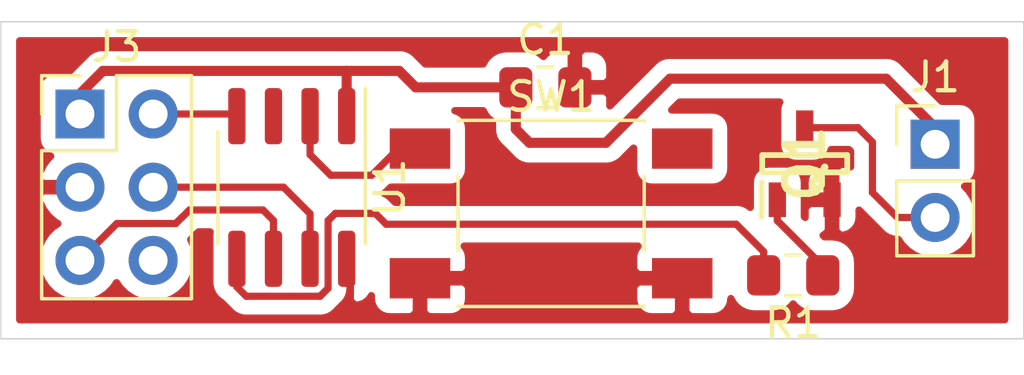
<source format=kicad_pcb>
(kicad_pcb (version 20171130) (host pcbnew "(5.1.7)-1")

  (general
    (thickness 1.6)
    (drawings 4)
    (tracks 51)
    (zones 0)
    (modules 7)
    (nets 11)
  )

  (page A4)
  (layers
    (0 F.Cu signal)
    (31 B.Cu signal)
    (32 B.Adhes user)
    (33 F.Adhes user)
    (34 B.Paste user)
    (35 F.Paste user)
    (36 B.SilkS user)
    (37 F.SilkS user)
    (38 B.Mask user)
    (39 F.Mask user)
    (40 Dwgs.User user)
    (41 Cmts.User user)
    (42 Eco1.User user)
    (43 Eco2.User user)
    (44 Edge.Cuts user)
    (45 Margin user)
    (46 B.CrtYd user)
    (47 F.CrtYd user)
    (48 B.Fab user)
    (49 F.Fab user)
  )

  (setup
    (last_trace_width 0.25)
    (trace_clearance 0.2)
    (zone_clearance 0.508)
    (zone_45_only no)
    (trace_min 0.2)
    (via_size 0.8)
    (via_drill 0.4)
    (via_min_size 0.4)
    (via_min_drill 0.3)
    (uvia_size 0.3)
    (uvia_drill 0.1)
    (uvias_allowed no)
    (uvia_min_size 0.2)
    (uvia_min_drill 0.1)
    (edge_width 0.05)
    (segment_width 0.2)
    (pcb_text_width 0.3)
    (pcb_text_size 1.5 1.5)
    (mod_edge_width 0.12)
    (mod_text_size 1 1)
    (mod_text_width 0.15)
    (pad_size 1.524 1.524)
    (pad_drill 0.762)
    (pad_to_mask_clearance 0)
    (aux_axis_origin 0 0)
    (visible_elements 7FFFFFFF)
    (pcbplotparams
      (layerselection 0x010fc_ffffffff)
      (usegerberextensions false)
      (usegerberattributes true)
      (usegerberadvancedattributes true)
      (creategerberjobfile true)
      (excludeedgelayer true)
      (linewidth 0.100000)
      (plotframeref false)
      (viasonmask false)
      (mode 1)
      (useauxorigin false)
      (hpglpennumber 1)
      (hpglpenspeed 20)
      (hpglpendiameter 15.000000)
      (psnegative false)
      (psa4output false)
      (plotreference true)
      (plotvalue true)
      (plotinvisibletext false)
      (padsonsilk false)
      (subtractmaskfromsilk false)
      (outputformat 1)
      (mirror false)
      (drillshape 1)
      (scaleselection 1)
      (outputdirectory ""))
  )

  (net 0 "")
  (net 1 GND)
  (net 2 +3V0)
  (net 3 "Net-(J1-Pad2)")
  (net 4 "Net-(Q1-Pad1)")
  (net 5 "Net-(R1-Pad2)")
  (net 6 "Net-(U1-Pad3)")
  (net 7 "Net-(J3-Pad4)")
  (net 8 "Net-(J3-Pad5)")
  (net 9 "Net-(SW1-Pad1)")
  (net 10 "Net-(J3-Pad2)")

  (net_class Default "This is the default net class."
    (clearance 0.2)
    (trace_width 0.25)
    (via_dia 0.8)
    (via_drill 0.4)
    (uvia_dia 0.3)
    (uvia_drill 0.1)
    (add_net +3V0)
    (add_net GND)
    (add_net "Net-(J1-Pad2)")
    (add_net "Net-(J3-Pad2)")
    (add_net "Net-(J3-Pad4)")
    (add_net "Net-(J3-Pad5)")
    (add_net "Net-(Q1-Pad1)")
    (add_net "Net-(R1-Pad2)")
    (add_net "Net-(SW1-Pad1)")
    (add_net "Net-(U1-Pad3)")
  )

  (net_class Power ""
    (clearance 0.2)
    (trace_width 0.35)
    (via_dia 0.8)
    (via_drill 0.4)
    (uvia_dia 0.3)
    (uvia_drill 0.1)
  )

  (module Package_SO:SOIC-8_3.9x4.9mm_P1.27mm (layer F.Cu) (tedit 5D9F72B1) (tstamp 5FC4EE69)
    (at 144.6 93.75 270)
    (descr "SOIC, 8 Pin (JEDEC MS-012AA, https://www.analog.com/media/en/package-pcb-resources/package/pkg_pdf/soic_narrow-r/r_8.pdf), generated with kicad-footprint-generator ipc_gullwing_generator.py")
    (tags "SOIC SO")
    (path /5FC419FB)
    (attr smd)
    (fp_text reference U1 (at 0 -3.4 90) (layer F.SilkS)
      (effects (font (size 1 1) (thickness 0.15)))
    )
    (fp_text value PIC12F1840-ISN (at 0 3.4 90) (layer F.Fab)
      (effects (font (size 1 1) (thickness 0.15)))
    )
    (fp_text user %R (at 0 0 90) (layer F.Fab)
      (effects (font (size 0.98 0.98) (thickness 0.15)))
    )
    (fp_line (start 0 2.56) (end 1.95 2.56) (layer F.SilkS) (width 0.12))
    (fp_line (start 0 2.56) (end -1.95 2.56) (layer F.SilkS) (width 0.12))
    (fp_line (start 0 -2.56) (end 1.95 -2.56) (layer F.SilkS) (width 0.12))
    (fp_line (start 0 -2.56) (end -3.45 -2.56) (layer F.SilkS) (width 0.12))
    (fp_line (start -0.975 -2.45) (end 1.95 -2.45) (layer F.Fab) (width 0.1))
    (fp_line (start 1.95 -2.45) (end 1.95 2.45) (layer F.Fab) (width 0.1))
    (fp_line (start 1.95 2.45) (end -1.95 2.45) (layer F.Fab) (width 0.1))
    (fp_line (start -1.95 2.45) (end -1.95 -1.475) (layer F.Fab) (width 0.1))
    (fp_line (start -1.95 -1.475) (end -0.975 -2.45) (layer F.Fab) (width 0.1))
    (fp_line (start -3.7 -2.7) (end -3.7 2.7) (layer F.CrtYd) (width 0.05))
    (fp_line (start -3.7 2.7) (end 3.7 2.7) (layer F.CrtYd) (width 0.05))
    (fp_line (start 3.7 2.7) (end 3.7 -2.7) (layer F.CrtYd) (width 0.05))
    (fp_line (start 3.7 -2.7) (end -3.7 -2.7) (layer F.CrtYd) (width 0.05))
    (pad 8 smd roundrect (at 2.475 -1.905 270) (size 1.95 0.6) (layers F.Cu F.Paste F.Mask) (roundrect_rratio 0.25)
      (net 1 GND))
    (pad 7 smd roundrect (at 2.475 -0.635 270) (size 1.95 0.6) (layers F.Cu F.Paste F.Mask) (roundrect_rratio 0.25)
      (net 7 "Net-(J3-Pad4)"))
    (pad 6 smd roundrect (at 2.475 0.635 270) (size 1.95 0.6) (layers F.Cu F.Paste F.Mask) (roundrect_rratio 0.25)
      (net 8 "Net-(J3-Pad5)"))
    (pad 5 smd roundrect (at 2.475 1.905 270) (size 1.95 0.6) (layers F.Cu F.Paste F.Mask) (roundrect_rratio 0.25)
      (net 5 "Net-(R1-Pad2)"))
    (pad 4 smd roundrect (at -2.475 1.905 270) (size 1.95 0.6) (layers F.Cu F.Paste F.Mask) (roundrect_rratio 0.25)
      (net 10 "Net-(J3-Pad2)"))
    (pad 3 smd roundrect (at -2.475 0.635 270) (size 1.95 0.6) (layers F.Cu F.Paste F.Mask) (roundrect_rratio 0.25)
      (net 6 "Net-(U1-Pad3)"))
    (pad 2 smd roundrect (at -2.475 -0.635 270) (size 1.95 0.6) (layers F.Cu F.Paste F.Mask) (roundrect_rratio 0.25)
      (net 9 "Net-(SW1-Pad1)"))
    (pad 1 smd roundrect (at -2.475 -1.905 270) (size 1.95 0.6) (layers F.Cu F.Paste F.Mask) (roundrect_rratio 0.25)
      (net 2 +3V0))
    (model ${KISYS3DMOD}/Package_SO.3dshapes/SOIC-8_3.9x4.9mm_P1.27mm.wrl
      (at (xyz 0 0 0))
      (scale (xyz 1 1 1))
      (rotate (xyz 0 0 0))
    )
  )

  (module Button_Switch_SMD:SW_Push_1P1T_NO_6x6mm_FSM2JSMA (layer F.Cu) (tedit 5DDA7847) (tstamp 5FC4EE4F)
    (at 153.6 94.65)
    (descr "tactile push button, 6x6mm e.g. PTS645xx series, height=9.5mm")
    (tags "tact sw push 6mm smd")
    (path /5FC6308D)
    (attr smd)
    (fp_text reference SW1 (at 0 -4.05) (layer F.SilkS)
      (effects (font (size 1 1) (thickness 0.15)))
    )
    (fp_text value SW_PUSH (at 0 4.15) (layer F.Fab)
      (effects (font (size 1 1) (thickness 0.15)))
    )
    (fp_text user %R (at 0 -4.05) (layer F.Fab)
      (effects (font (size 1 1) (thickness 0.15)))
    )
    (fp_line (start -3 -3) (end -3 3) (layer F.Fab) (width 0.1))
    (fp_line (start -3 3) (end 3 3) (layer F.Fab) (width 0.1))
    (fp_line (start 3 3) (end 3 -3) (layer F.Fab) (width 0.1))
    (fp_line (start 3 -3) (end -3 -3) (layer F.Fab) (width 0.1))
    (fp_line (start 5.9 3.25) (end 5.9 -3.25) (layer F.CrtYd) (width 0.05))
    (fp_line (start -5.9 -3.25) (end -5.9 3.25) (layer F.CrtYd) (width 0.05))
    (fp_line (start -5.9 3.25) (end 5.9 3.25) (layer F.CrtYd) (width 0.05))
    (fp_line (start -5.9 -3.25) (end 5.9 -3.25) (layer F.CrtYd) (width 0.05))
    (fp_line (start 3.23 -3.23) (end 3.23 -3.2) (layer F.SilkS) (width 0.12))
    (fp_line (start 3.23 3.23) (end 3.23 3.2) (layer F.SilkS) (width 0.12))
    (fp_line (start -3.23 3.23) (end -3.23 3.2) (layer F.SilkS) (width 0.12))
    (fp_line (start -3.23 -3.2) (end -3.23 -3.23) (layer F.SilkS) (width 0.12))
    (fp_line (start 3.23 -1.3) (end 3.23 1.3) (layer F.SilkS) (width 0.12))
    (fp_line (start -3.23 -3.23) (end 3.23 -3.23) (layer F.SilkS) (width 0.12))
    (fp_line (start -3.23 -1.3) (end -3.23 1.3) (layer F.SilkS) (width 0.12))
    (fp_line (start -3.23 3.23) (end 3.23 3.23) (layer F.SilkS) (width 0.12))
    (fp_circle (center 0 0) (end 1.75 0) (layer F.Fab) (width 0.1))
    (pad 2 smd rect (at 4.55 2.25) (size 2.1 1.4) (layers F.Cu F.Paste F.Mask)
      (net 1 GND))
    (pad 1 smd rect (at 4.55 -2.25) (size 2.1 1.4) (layers F.Cu F.Paste F.Mask)
      (net 9 "Net-(SW1-Pad1)"))
    (pad 1 smd rect (at -4.55 -2.25) (size 2.1 1.4) (layers F.Cu F.Paste F.Mask)
      (net 9 "Net-(SW1-Pad1)"))
    (pad 2 smd rect (at -4.55 2.25) (size 2.1 1.4) (layers F.Cu F.Paste F.Mask)
      (net 1 GND))
    (model ${KISYS3DMOD}/Button_Switch_SMD.3dshapes/SW_PUSH_6mm_H9.5mm.wrl
      (at (xyz 0 0 0))
      (scale (xyz 1 1 1))
      (rotate (xyz 0 0 0))
    )
    (model "c:/git/github/vigilant-invention/ChristmasLightsTimer/CLT/Tactal Switch - SMD (6mmx 6mmx 4.3mm) - Marked.stp"
      (at (xyz 0 0 0))
      (scale (xyz 1 1 1))
      (rotate (xyz 0 0 0))
    )
  )

  (module Resistor_SMD:R_0805_2012Metric_Pad1.15x1.40mm_HandSolder (layer F.Cu) (tedit 5B36C52B) (tstamp 5FC4EE35)
    (at 162 96.8 180)
    (descr "Resistor SMD 0805 (2012 Metric), square (rectangular) end terminal, IPC_7351 nominal with elongated pad for handsoldering. (Body size source: https://docs.google.com/spreadsheets/d/1BsfQQcO9C6DZCsRaXUlFlo91Tg2WpOkGARC1WS5S8t0/edit?usp=sharing), generated with kicad-footprint-generator")
    (tags "resistor handsolder")
    (path /5FC46B58)
    (attr smd)
    (fp_text reference R1 (at 0 -1.65) (layer F.SilkS)
      (effects (font (size 1 1) (thickness 0.15)))
    )
    (fp_text value 1k (at 0 1.65) (layer F.Fab)
      (effects (font (size 1 1) (thickness 0.15)))
    )
    (fp_text user %R (at 0 0) (layer F.Fab)
      (effects (font (size 0.5 0.5) (thickness 0.08)))
    )
    (fp_line (start -1 0.6) (end -1 -0.6) (layer F.Fab) (width 0.1))
    (fp_line (start -1 -0.6) (end 1 -0.6) (layer F.Fab) (width 0.1))
    (fp_line (start 1 -0.6) (end 1 0.6) (layer F.Fab) (width 0.1))
    (fp_line (start 1 0.6) (end -1 0.6) (layer F.Fab) (width 0.1))
    (fp_line (start -0.261252 -0.71) (end 0.261252 -0.71) (layer F.SilkS) (width 0.12))
    (fp_line (start -0.261252 0.71) (end 0.261252 0.71) (layer F.SilkS) (width 0.12))
    (fp_line (start -1.85 0.95) (end -1.85 -0.95) (layer F.CrtYd) (width 0.05))
    (fp_line (start -1.85 -0.95) (end 1.85 -0.95) (layer F.CrtYd) (width 0.05))
    (fp_line (start 1.85 -0.95) (end 1.85 0.95) (layer F.CrtYd) (width 0.05))
    (fp_line (start 1.85 0.95) (end -1.85 0.95) (layer F.CrtYd) (width 0.05))
    (pad 2 smd roundrect (at 1.025 0 180) (size 1.15 1.4) (layers F.Cu F.Paste F.Mask) (roundrect_rratio 0.217391)
      (net 5 "Net-(R1-Pad2)"))
    (pad 1 smd roundrect (at -1.025 0 180) (size 1.15 1.4) (layers F.Cu F.Paste F.Mask) (roundrect_rratio 0.217391)
      (net 4 "Net-(Q1-Pad1)"))
    (model ${KISYS3DMOD}/Resistor_SMD.3dshapes/R_0805_2012Metric.wrl
      (at (xyz 0 0 0))
      (scale (xyz 1 1 1))
      (rotate (xyz 0 0 0))
    )
  )

  (module SamacSys_Parts:SOT95P280X125-3N (layer F.Cu) (tedit 5DDAB4F5) (tstamp 5FC4EE24)
    (at 162.4 92.925 90)
    (descr SOT-23-3L)
    (tags "MOSFET (P-Channel)")
    (path /5FC42432)
    (attr smd)
    (fp_text reference Q1 (at 0 0 90) (layer F.SilkS)
      (effects (font (size 1.27 1.27) (thickness 0.254)))
    )
    (fp_text value AO3480 (at 0 0 90) (layer F.SilkS) hide
      (effects (font (size 1.27 1.27) (thickness 0.254)))
    )
    (fp_text user %R (at 0 0 90) (layer F.Fab)
      (effects (font (size 1.27 1.27) (thickness 0.254)))
    )
    (fp_line (start -2.1 -1.8) (end 2.1 -1.8) (layer F.CrtYd) (width 0.05))
    (fp_line (start 2.1 -1.8) (end 2.1 1.8) (layer F.CrtYd) (width 0.05))
    (fp_line (start 2.1 1.8) (end -2.1 1.8) (layer F.CrtYd) (width 0.05))
    (fp_line (start -2.1 1.8) (end -2.1 -1.8) (layer F.CrtYd) (width 0.05))
    (fp_line (start -0.8 -1.475) (end 0.8 -1.475) (layer F.Fab) (width 0.1))
    (fp_line (start 0.8 -1.475) (end 0.8 1.475) (layer F.Fab) (width 0.1))
    (fp_line (start 0.8 1.475) (end -0.8 1.475) (layer F.Fab) (width 0.1))
    (fp_line (start -0.8 1.475) (end -0.8 -1.475) (layer F.Fab) (width 0.1))
    (fp_line (start -0.8 -0.525) (end 0.15 -1.475) (layer F.Fab) (width 0.1))
    (fp_line (start -0.3 -1.475) (end 0.3 -1.475) (layer F.SilkS) (width 0.2))
    (fp_line (start 0.3 -1.475) (end 0.3 1.475) (layer F.SilkS) (width 0.2))
    (fp_line (start 0.3 1.475) (end -0.3 1.475) (layer F.SilkS) (width 0.2))
    (fp_line (start -0.3 1.475) (end -0.3 -1.475) (layer F.SilkS) (width 0.2))
    (fp_line (start -1.85 -1.5) (end -0.65 -1.5) (layer F.SilkS) (width 0.2))
    (pad 3 smd rect (at 1.25 0 180) (size 0.6 1.2) (layers F.Cu F.Paste F.Mask)
      (net 3 "Net-(J1-Pad2)"))
    (pad 2 smd rect (at -1.25 0.95 180) (size 0.6 1.2) (layers F.Cu F.Paste F.Mask)
      (net 1 GND))
    (pad 1 smd rect (at -1.25 -0.95 180) (size 0.6 1.2) (layers F.Cu F.Paste F.Mask)
      (net 4 "Net-(Q1-Pad1)"))
    (model C:/SamacSys_PCB_Library/KiCad/SamacSys_Parts.3dshapes/AO3401A.wrl
      (at (xyz 0 0 0))
      (scale (xyz 1 1 1))
      (rotate (xyz 0 0 0))
    )
  )

  (module Connector_PinHeader_2.54mm:PinHeader_2x03_P2.54mm_Vertical (layer F.Cu) (tedit 59FED5CC) (tstamp 5FC4EE0E)
    (at 137.25 91.2)
    (descr "Through hole straight pin header, 2x03, 2.54mm pitch, double rows")
    (tags "Through hole pin header THT 2x03 2.54mm double row")
    (path /5FC53D96)
    (fp_text reference J3 (at 1.27 -2.33) (layer F.SilkS)
      (effects (font (size 1 1) (thickness 0.15)))
    )
    (fp_text value ICSP/PWR (at 1.27 7.41) (layer F.Fab)
      (effects (font (size 1 1) (thickness 0.15)))
    )
    (fp_text user %R (at 1.27 2.54 90) (layer F.Fab)
      (effects (font (size 1 1) (thickness 0.15)))
    )
    (fp_line (start 0 -1.27) (end 3.81 -1.27) (layer F.Fab) (width 0.1))
    (fp_line (start 3.81 -1.27) (end 3.81 6.35) (layer F.Fab) (width 0.1))
    (fp_line (start 3.81 6.35) (end -1.27 6.35) (layer F.Fab) (width 0.1))
    (fp_line (start -1.27 6.35) (end -1.27 0) (layer F.Fab) (width 0.1))
    (fp_line (start -1.27 0) (end 0 -1.27) (layer F.Fab) (width 0.1))
    (fp_line (start -1.33 6.41) (end 3.87 6.41) (layer F.SilkS) (width 0.12))
    (fp_line (start -1.33 1.27) (end -1.33 6.41) (layer F.SilkS) (width 0.12))
    (fp_line (start 3.87 -1.33) (end 3.87 6.41) (layer F.SilkS) (width 0.12))
    (fp_line (start -1.33 1.27) (end 1.27 1.27) (layer F.SilkS) (width 0.12))
    (fp_line (start 1.27 1.27) (end 1.27 -1.33) (layer F.SilkS) (width 0.12))
    (fp_line (start 1.27 -1.33) (end 3.87 -1.33) (layer F.SilkS) (width 0.12))
    (fp_line (start -1.33 0) (end -1.33 -1.33) (layer F.SilkS) (width 0.12))
    (fp_line (start -1.33 -1.33) (end 0 -1.33) (layer F.SilkS) (width 0.12))
    (fp_line (start -1.8 -1.8) (end -1.8 6.85) (layer F.CrtYd) (width 0.05))
    (fp_line (start -1.8 6.85) (end 4.35 6.85) (layer F.CrtYd) (width 0.05))
    (fp_line (start 4.35 6.85) (end 4.35 -1.8) (layer F.CrtYd) (width 0.05))
    (fp_line (start 4.35 -1.8) (end -1.8 -1.8) (layer F.CrtYd) (width 0.05))
    (pad 6 thru_hole oval (at 2.54 5.08) (size 1.7 1.7) (drill 1) (layers *.Cu *.Mask))
    (pad 5 thru_hole oval (at 0 5.08) (size 1.7 1.7) (drill 1) (layers *.Cu *.Mask)
      (net 8 "Net-(J3-Pad5)"))
    (pad 4 thru_hole oval (at 2.54 2.54) (size 1.7 1.7) (drill 1) (layers *.Cu *.Mask)
      (net 7 "Net-(J3-Pad4)"))
    (pad 3 thru_hole oval (at 0 2.54) (size 1.7 1.7) (drill 1) (layers *.Cu *.Mask)
      (net 1 GND))
    (pad 2 thru_hole oval (at 2.54 0) (size 1.7 1.7) (drill 1) (layers *.Cu *.Mask)
      (net 10 "Net-(J3-Pad2)"))
    (pad 1 thru_hole rect (at 0 0) (size 1.7 1.7) (drill 1) (layers *.Cu *.Mask)
      (net 2 +3V0))
    (model ${KISYS3DMOD}/Connector_PinHeader_2.54mm.3dshapes/PinHeader_2x03_P2.54mm_Vertical.wrl
      (at (xyz 0 0 0))
      (scale (xyz 1 1 1))
      (rotate (xyz 0 0 0))
    )
  )

  (module Connector_PinHeader_2.54mm:PinHeader_1x02_P2.54mm_Vertical (layer F.Cu) (tedit 59FED5CC) (tstamp 5FC4EDDC)
    (at 166.925 92.25)
    (descr "Through hole straight pin header, 1x02, 2.54mm pitch, single row")
    (tags "Through hole pin header THT 1x02 2.54mm single row")
    (path /5FC4B410)
    (fp_text reference J1 (at 0 -2.33) (layer F.SilkS)
      (effects (font (size 1 1) (thickness 0.15)))
    )
    (fp_text value LED (at 0 4.87) (layer F.Fab)
      (effects (font (size 1 1) (thickness 0.15)))
    )
    (fp_text user %R (at 0 1.27 90) (layer F.Fab)
      (effects (font (size 1 1) (thickness 0.15)))
    )
    (fp_line (start -0.635 -1.27) (end 1.27 -1.27) (layer F.Fab) (width 0.1))
    (fp_line (start 1.27 -1.27) (end 1.27 3.81) (layer F.Fab) (width 0.1))
    (fp_line (start 1.27 3.81) (end -1.27 3.81) (layer F.Fab) (width 0.1))
    (fp_line (start -1.27 3.81) (end -1.27 -0.635) (layer F.Fab) (width 0.1))
    (fp_line (start -1.27 -0.635) (end -0.635 -1.27) (layer F.Fab) (width 0.1))
    (fp_line (start -1.33 3.87) (end 1.33 3.87) (layer F.SilkS) (width 0.12))
    (fp_line (start -1.33 1.27) (end -1.33 3.87) (layer F.SilkS) (width 0.12))
    (fp_line (start 1.33 1.27) (end 1.33 3.87) (layer F.SilkS) (width 0.12))
    (fp_line (start -1.33 1.27) (end 1.33 1.27) (layer F.SilkS) (width 0.12))
    (fp_line (start -1.33 0) (end -1.33 -1.33) (layer F.SilkS) (width 0.12))
    (fp_line (start -1.33 -1.33) (end 0 -1.33) (layer F.SilkS) (width 0.12))
    (fp_line (start -1.8 -1.8) (end -1.8 4.35) (layer F.CrtYd) (width 0.05))
    (fp_line (start -1.8 4.35) (end 1.8 4.35) (layer F.CrtYd) (width 0.05))
    (fp_line (start 1.8 4.35) (end 1.8 -1.8) (layer F.CrtYd) (width 0.05))
    (fp_line (start 1.8 -1.8) (end -1.8 -1.8) (layer F.CrtYd) (width 0.05))
    (pad 2 thru_hole oval (at 0 2.54) (size 1.7 1.7) (drill 1) (layers *.Cu *.Mask)
      (net 3 "Net-(J1-Pad2)"))
    (pad 1 thru_hole rect (at 0 0) (size 1.7 1.7) (drill 1) (layers *.Cu *.Mask)
      (net 2 +3V0))
    (model ${KISYS3DMOD}/Connector_PinHeader_2.54mm.3dshapes/PinHeader_1x02_P2.54mm_Vertical.wrl
      (at (xyz 0 0 0))
      (scale (xyz 1 1 1))
      (rotate (xyz 0 0 0))
    )
  )

  (module Capacitor_SMD:C_0805_2012Metric_Pad1.15x1.40mm_HandSolder (layer F.Cu) (tedit 5B36C52B) (tstamp 5FC4FF9D)
    (at 153.4 90.275)
    (descr "Capacitor SMD 0805 (2012 Metric), square (rectangular) end terminal, IPC_7351 nominal with elongated pad for handsoldering. (Body size source: https://docs.google.com/spreadsheets/d/1BsfQQcO9C6DZCsRaXUlFlo91Tg2WpOkGARC1WS5S8t0/edit?usp=sharing), generated with kicad-footprint-generator")
    (tags "capacitor handsolder")
    (path /5FC4C884)
    (attr smd)
    (fp_text reference C1 (at 0 -1.65) (layer F.SilkS)
      (effects (font (size 1 1) (thickness 0.15)))
    )
    (fp_text value 100n (at 0 1.65) (layer F.Fab)
      (effects (font (size 1 1) (thickness 0.15)))
    )
    (fp_text user %R (at 0 0) (layer F.Fab)
      (effects (font (size 0.5 0.5) (thickness 0.08)))
    )
    (fp_line (start -1 0.6) (end -1 -0.6) (layer F.Fab) (width 0.1))
    (fp_line (start -1 -0.6) (end 1 -0.6) (layer F.Fab) (width 0.1))
    (fp_line (start 1 -0.6) (end 1 0.6) (layer F.Fab) (width 0.1))
    (fp_line (start 1 0.6) (end -1 0.6) (layer F.Fab) (width 0.1))
    (fp_line (start -0.261252 -0.71) (end 0.261252 -0.71) (layer F.SilkS) (width 0.12))
    (fp_line (start -0.261252 0.71) (end 0.261252 0.71) (layer F.SilkS) (width 0.12))
    (fp_line (start -1.85 0.95) (end -1.85 -0.95) (layer F.CrtYd) (width 0.05))
    (fp_line (start -1.85 -0.95) (end 1.85 -0.95) (layer F.CrtYd) (width 0.05))
    (fp_line (start 1.85 -0.95) (end 1.85 0.95) (layer F.CrtYd) (width 0.05))
    (fp_line (start 1.85 0.95) (end -1.85 0.95) (layer F.CrtYd) (width 0.05))
    (pad 2 smd roundrect (at 1.025 0) (size 1.15 1.4) (layers F.Cu F.Paste F.Mask) (roundrect_rratio 0.217391)
      (net 1 GND))
    (pad 1 smd roundrect (at -1.025 0) (size 1.15 1.4) (layers F.Cu F.Paste F.Mask) (roundrect_rratio 0.217391)
      (net 2 +3V0))
    (model ${KISYS3DMOD}/Capacitor_SMD.3dshapes/C_0805_2012Metric.wrl
      (at (xyz 0 0 0))
      (scale (xyz 1 1 1))
      (rotate (xyz 0 0 0))
    )
  )

  (gr_line (start 170 88) (end 170 99) (layer Edge.Cuts) (width 0.05))
  (gr_line (start 134.5 99) (end 134.5 88) (layer Edge.Cuts) (width 0.05) (tstamp 5FC4BCD1))
  (gr_line (start 170 99) (end 134.5 99) (layer Edge.Cuts) (width 0.05))
  (gr_line (start 134.5 88) (end 170 88) (layer Edge.Cuts) (width 0.05))

  (segment (start 146.505 89.705) (end 146.505 91.175) (width 0.35) (layer F.Cu) (net 2))
  (segment (start 137.25 91.2) (end 137.25 90.5) (width 0.25) (layer F.Cu) (net 2))
  (segment (start 138.045 89.705) (end 146.505 89.705) (width 0.35) (layer F.Cu) (net 2))
  (segment (start 137.25 90.5) (end 138.045 89.705) (width 0.35) (layer F.Cu) (net 2))
  (segment (start 146.505 89.705) (end 148.33 89.705) (width 0.35) (layer F.Cu) (net 2))
  (segment (start 148.33 89.705) (end 148.9 90.275) (width 0.35) (layer F.Cu) (net 2))
  (segment (start 148.9 90.275) (end 152.375 90.275) (width 0.35) (layer F.Cu) (net 2))
  (segment (start 166.925 92.25) (end 166.925 91.675) (width 0.25) (layer F.Cu) (net 2))
  (segment (start 166.925 91.675) (end 165.225 89.975) (width 0.35) (layer F.Cu) (net 2))
  (segment (start 165.225 89.975) (end 157.725 89.975) (width 0.35) (layer F.Cu) (net 2))
  (segment (start 157.725 89.975) (end 155.5 92.2) (width 0.35) (layer F.Cu) (net 2))
  (segment (start 155.5 92.2) (end 152.85 92.2) (width 0.35) (layer F.Cu) (net 2))
  (segment (start 152.375 91.725) (end 152.375 90.275) (width 0.35) (layer F.Cu) (net 2))
  (segment (start 152.85 92.2) (end 152.375 91.725) (width 0.35) (layer F.Cu) (net 2))
  (segment (start 166.925 94.79) (end 165.615 94.79) (width 0.25) (layer F.Cu) (net 3))
  (segment (start 165.615 94.79) (end 164.75 93.925) (width 0.25) (layer F.Cu) (net 3))
  (segment (start 164.75 93.925) (end 164.75 92.175) (width 0.25) (layer F.Cu) (net 3))
  (segment (start 164.25 91.675) (end 162.4 91.675) (width 0.25) (layer F.Cu) (net 3))
  (segment (start 164.75 92.175) (end 164.25 91.675) (width 0.25) (layer F.Cu) (net 3))
  (segment (start 163.025 96.8) (end 163.025 96.475) (width 0.25) (layer F.Cu) (net 4))
  (segment (start 161.45 94.9) (end 161.45 94.175) (width 0.25) (layer F.Cu) (net 4))
  (segment (start 163.025 96.475) (end 161.45 94.9) (width 0.25) (layer F.Cu) (net 4))
  (segment (start 145.581758 97.52501) (end 143.02001 97.52501) (width 0.25) (layer F.Cu) (net 5))
  (segment (start 142.695 97.2) (end 142.695 96.325) (width 0.25) (layer F.Cu) (net 5))
  (segment (start 145.86001 94.89999) (end 145.86001 97.246758) (width 0.25) (layer F.Cu) (net 5))
  (segment (start 147.5 94.65) (end 146.11 94.65) (width 0.25) (layer F.Cu) (net 5))
  (segment (start 147.875 95.025) (end 147.5 94.65) (width 0.25) (layer F.Cu) (net 5))
  (segment (start 146.11 94.65) (end 145.86001 94.89999) (width 0.25) (layer F.Cu) (net 5))
  (segment (start 160.025 95.025) (end 147.875 95.025) (width 0.25) (layer F.Cu) (net 5))
  (segment (start 143.02001 97.52501) (end 142.695 97.2) (width 0.25) (layer F.Cu) (net 5))
  (segment (start 160.975 95.975) (end 160.025 95.025) (width 0.25) (layer F.Cu) (net 5))
  (segment (start 145.86001 97.246758) (end 145.581758 97.52501) (width 0.25) (layer F.Cu) (net 5))
  (segment (start 160.975 96.8) (end 160.975 95.975) (width 0.25) (layer F.Cu) (net 5))
  (segment (start 139.79 93.74) (end 144.315 93.74) (width 0.25) (layer F.Cu) (net 7))
  (segment (start 145.235 94.66) (end 145.235 96.325) (width 0.25) (layer F.Cu) (net 7))
  (segment (start 144.315 93.74) (end 145.235 94.66) (width 0.25) (layer F.Cu) (net 7))
  (segment (start 137.25 96.28) (end 138.53 95) (width 0.25) (layer F.Cu) (net 8))
  (segment (start 140.575 95) (end 140.79999 94.77501) (width 0.25) (layer F.Cu) (net 8))
  (segment (start 138.53 95) (end 140.575 95) (width 0.25) (layer F.Cu) (net 8))
  (segment (start 140.79999 94.77501) (end 140.80499 94.77501) (width 0.25) (layer F.Cu) (net 8))
  (segment (start 140.80499 94.77501) (end 141.05 94.53) (width 0.25) (layer F.Cu) (net 8))
  (segment (start 141.05 94.53) (end 143.6 94.53) (width 0.25) (layer F.Cu) (net 8))
  (segment (start 143.965 94.895) (end 143.965 96.325) (width 0.25) (layer F.Cu) (net 8))
  (segment (start 143.6 94.53) (end 143.965 94.895) (width 0.25) (layer F.Cu) (net 8))
  (segment (start 149.05 92.4) (end 148.3 92.4) (width 0.25) (layer F.Cu) (net 9))
  (segment (start 148.3 92.4) (end 147.375 93.325) (width 0.25) (layer F.Cu) (net 9))
  (segment (start 147.375 93.325) (end 145.95 93.325) (width 0.25) (layer F.Cu) (net 9))
  (segment (start 145.235 92.61) (end 145.235 91.175) (width 0.25) (layer F.Cu) (net 9))
  (segment (start 145.95 93.325) (end 145.235 92.61) (width 0.25) (layer F.Cu) (net 9))
  (segment (start 142.67 91.2) (end 142.695 91.175) (width 0.25) (layer F.Cu) (net 10))
  (segment (start 139.79 91.2) (end 142.67 91.2) (width 0.25) (layer F.Cu) (net 10))

  (zone (net 1) (net_name GND) (layer F.Cu) (tstamp 0) (hatch edge 0.508)
    (connect_pads (clearance 0.508))
    (min_thickness 0.254)
    (fill yes (arc_segments 32) (thermal_gap 0.508) (thermal_bridge_width 0.508))
    (polygon
      (pts
        (xy 170 99) (xy 134.5 99) (xy 134.5 88) (xy 170 88)
      )
    )
    (filled_polygon
      (pts
        (xy 169.340001 98.34) (xy 135.16 98.34) (xy 135.16 90.35) (xy 135.761928 90.35) (xy 135.761928 92.05)
        (xy 135.774188 92.174482) (xy 135.810498 92.29418) (xy 135.869463 92.404494) (xy 135.948815 92.501185) (xy 136.045506 92.580537)
        (xy 136.15582 92.639502) (xy 136.236466 92.663966) (xy 136.152412 92.739731) (xy 135.978359 92.97308) (xy 135.853175 93.235901)
        (xy 135.808524 93.38311) (xy 135.929845 93.613) (xy 137.123 93.613) (xy 137.123 93.593) (xy 137.377 93.593)
        (xy 137.377 93.613) (xy 137.397 93.613) (xy 137.397 93.867) (xy 137.377 93.867) (xy 137.377 93.887)
        (xy 137.123 93.887) (xy 137.123 93.867) (xy 135.929845 93.867) (xy 135.808524 94.09689) (xy 135.853175 94.244099)
        (xy 135.978359 94.50692) (xy 136.152412 94.740269) (xy 136.368645 94.935178) (xy 136.485534 95.004805) (xy 136.303368 95.126525)
        (xy 136.096525 95.333368) (xy 135.93401 95.576589) (xy 135.822068 95.846842) (xy 135.765 96.13374) (xy 135.765 96.42626)
        (xy 135.822068 96.713158) (xy 135.93401 96.983411) (xy 136.096525 97.226632) (xy 136.303368 97.433475) (xy 136.546589 97.59599)
        (xy 136.816842 97.707932) (xy 137.10374 97.765) (xy 137.39626 97.765) (xy 137.683158 97.707932) (xy 137.953411 97.59599)
        (xy 138.196632 97.433475) (xy 138.403475 97.226632) (xy 138.52 97.05224) (xy 138.636525 97.226632) (xy 138.843368 97.433475)
        (xy 139.086589 97.59599) (xy 139.356842 97.707932) (xy 139.64374 97.765) (xy 139.93626 97.765) (xy 140.223158 97.707932)
        (xy 140.493411 97.59599) (xy 140.736632 97.433475) (xy 140.943475 97.226632) (xy 141.10599 96.983411) (xy 141.217932 96.713158)
        (xy 141.275 96.42626) (xy 141.275 96.13374) (xy 141.217932 95.846842) (xy 141.10599 95.576589) (xy 141.093392 95.557735)
        (xy 141.115001 95.540001) (xy 141.138804 95.510997) (xy 141.288104 95.361697) (xy 141.344991 95.315011) (xy 141.365517 95.29)
        (xy 141.767762 95.29) (xy 141.756928 95.4) (xy 141.756928 97.05) (xy 141.772071 97.203745) (xy 141.816916 97.351582)
        (xy 141.889742 97.487829) (xy 141.987749 97.607251) (xy 142.107171 97.705258) (xy 142.141581 97.72365) (xy 142.154999 97.740001)
        (xy 142.184003 97.763804) (xy 142.456206 98.036007) (xy 142.480009 98.065011) (xy 142.595734 98.159984) (xy 142.718888 98.225812)
        (xy 142.727763 98.230556) (xy 142.871024 98.274013) (xy 143.02001 98.288687) (xy 143.057343 98.28501) (xy 145.544436 98.28501)
        (xy 145.581758 98.288686) (xy 145.61908 98.28501) (xy 145.619091 98.28501) (xy 145.730744 98.274013) (xy 145.874005 98.230556)
        (xy 146.006034 98.159984) (xy 146.121759 98.065011) (xy 146.145562 98.036007) (xy 146.371007 97.810562) (xy 146.400011 97.786759)
        (xy 146.494984 97.671034) (xy 146.565556 97.539005) (xy 146.609013 97.395744) (xy 146.62001 97.284091) (xy 146.62001 97.284083)
        (xy 146.623686 97.246758) (xy 146.62001 97.209433) (xy 146.62001 96.078) (xy 146.632 96.078) (xy 146.632 96.098)
        (xy 146.652 96.098) (xy 146.652 96.352) (xy 146.632 96.352) (xy 146.632 97.67625) (xy 146.79075 97.835)
        (xy 146.805 97.838072) (xy 146.929482 97.825812) (xy 147.04918 97.789502) (xy 147.159494 97.730537) (xy 147.256185 97.651185)
        (xy 147.335537 97.554494) (xy 147.362642 97.503786) (xy 147.361928 97.6) (xy 147.374188 97.724482) (xy 147.410498 97.84418)
        (xy 147.469463 97.954494) (xy 147.548815 98.051185) (xy 147.645506 98.130537) (xy 147.75582 98.189502) (xy 147.875518 98.225812)
        (xy 148 98.238072) (xy 148.76425 98.235) (xy 148.923 98.07625) (xy 148.923 97.027) (xy 149.177 97.027)
        (xy 149.177 98.07625) (xy 149.33575 98.235) (xy 150.1 98.238072) (xy 150.224482 98.225812) (xy 150.34418 98.189502)
        (xy 150.454494 98.130537) (xy 150.551185 98.051185) (xy 150.630537 97.954494) (xy 150.689502 97.84418) (xy 150.725812 97.724482)
        (xy 150.738072 97.6) (xy 156.461928 97.6) (xy 156.474188 97.724482) (xy 156.510498 97.84418) (xy 156.569463 97.954494)
        (xy 156.648815 98.051185) (xy 156.745506 98.130537) (xy 156.85582 98.189502) (xy 156.975518 98.225812) (xy 157.1 98.238072)
        (xy 157.86425 98.235) (xy 158.023 98.07625) (xy 158.023 97.027) (xy 156.62375 97.027) (xy 156.465 97.18575)
        (xy 156.461928 97.6) (xy 150.738072 97.6) (xy 150.735 97.18575) (xy 150.57625 97.027) (xy 149.177 97.027)
        (xy 148.923 97.027) (xy 148.903 97.027) (xy 148.903 96.773) (xy 148.923 96.773) (xy 148.923 96.753)
        (xy 149.177 96.753) (xy 149.177 96.773) (xy 150.57625 96.773) (xy 150.735 96.61425) (xy 150.738072 96.2)
        (xy 150.725812 96.075518) (xy 150.689502 95.95582) (xy 150.630537 95.845506) (xy 150.580881 95.785) (xy 156.619119 95.785)
        (xy 156.569463 95.845506) (xy 156.510498 95.95582) (xy 156.474188 96.075518) (xy 156.461928 96.2) (xy 156.465 96.61425)
        (xy 156.62375 96.773) (xy 158.023 96.773) (xy 158.023 96.753) (xy 158.277 96.753) (xy 158.277 96.773)
        (xy 158.297 96.773) (xy 158.297 97.027) (xy 158.277 97.027) (xy 158.277 98.07625) (xy 158.43575 98.235)
        (xy 159.2 98.238072) (xy 159.324482 98.225812) (xy 159.44418 98.189502) (xy 159.554494 98.130537) (xy 159.651185 98.051185)
        (xy 159.730537 97.954494) (xy 159.789502 97.84418) (xy 159.825812 97.724482) (xy 159.837587 97.604928) (xy 159.911595 97.743387)
        (xy 160.022038 97.877962) (xy 160.156613 97.988405) (xy 160.310149 98.070472) (xy 160.476745 98.121008) (xy 160.649999 98.138072)
        (xy 161.300001 98.138072) (xy 161.473255 98.121008) (xy 161.639851 98.070472) (xy 161.793387 97.988405) (xy 161.927962 97.877962)
        (xy 162 97.790184) (xy 162.072038 97.877962) (xy 162.206613 97.988405) (xy 162.360149 98.070472) (xy 162.526745 98.121008)
        (xy 162.699999 98.138072) (xy 163.350001 98.138072) (xy 163.523255 98.121008) (xy 163.689851 98.070472) (xy 163.843387 97.988405)
        (xy 163.977962 97.877962) (xy 164.088405 97.743387) (xy 164.170472 97.589851) (xy 164.221008 97.423255) (xy 164.238072 97.250001)
        (xy 164.238072 96.349999) (xy 164.221008 96.176745) (xy 164.170472 96.010149) (xy 164.088405 95.856613) (xy 163.977962 95.722038)
        (xy 163.843387 95.611595) (xy 163.689851 95.529528) (xy 163.523255 95.478992) (xy 163.350001 95.461928) (xy 163.08673 95.461928)
        (xy 163.036549 95.411747) (xy 163.05 95.413072) (xy 163.06425 95.41) (xy 163.223 95.25125) (xy 163.223 94.302)
        (xy 162.57375 94.302) (xy 162.415 94.46075) (xy 162.411928 94.775) (xy 162.413253 94.788452) (xy 162.388072 94.763271)
        (xy 162.388072 93.575) (xy 162.411928 93.575) (xy 162.415 93.88925) (xy 162.57375 94.048) (xy 163.223 94.048)
        (xy 163.223 93.09875) (xy 163.06425 92.94) (xy 163.05 92.936928) (xy 162.925518 92.949188) (xy 162.80582 92.985498)
        (xy 162.695506 93.044463) (xy 162.598815 93.123815) (xy 162.519463 93.220506) (xy 162.460498 93.33082) (xy 162.424188 93.450518)
        (xy 162.411928 93.575) (xy 162.388072 93.575) (xy 162.375812 93.450518) (xy 162.339502 93.33082) (xy 162.280537 93.220506)
        (xy 162.201185 93.123815) (xy 162.104494 93.044463) (xy 161.99418 92.985498) (xy 161.874482 92.949188) (xy 161.75 92.936928)
        (xy 161.15 92.936928) (xy 161.025518 92.949188) (xy 160.90582 92.985498) (xy 160.795506 93.044463) (xy 160.698815 93.123815)
        (xy 160.619463 93.220506) (xy 160.560498 93.33082) (xy 160.524188 93.450518) (xy 160.511928 93.575) (xy 160.511928 94.441443)
        (xy 160.449276 94.390026) (xy 160.317247 94.319454) (xy 160.173986 94.275997) (xy 160.062333 94.265) (xy 160.062322 94.265)
        (xy 160.025 94.261324) (xy 159.987678 94.265) (xy 148.189801 94.265) (xy 148.063804 94.139003) (xy 148.040001 94.109999)
        (xy 147.924276 94.015026) (xy 147.807956 93.952851) (xy 147.915001 93.865001) (xy 147.938803 93.835998) (xy 148.036729 93.738072)
        (xy 150.1 93.738072) (xy 150.224482 93.725812) (xy 150.34418 93.689502) (xy 150.454494 93.630537) (xy 150.551185 93.551185)
        (xy 150.630537 93.454494) (xy 150.689502 93.34418) (xy 150.725812 93.224482) (xy 150.738072 93.1) (xy 150.738072 91.7)
        (xy 150.725812 91.575518) (xy 150.689502 91.45582) (xy 150.630537 91.345506) (xy 150.551185 91.248815) (xy 150.454494 91.169463)
        (xy 150.34418 91.110498) (xy 150.260124 91.085) (xy 151.240298 91.085) (xy 151.311595 91.218387) (xy 151.422038 91.352962)
        (xy 151.556613 91.463405) (xy 151.565 91.467888) (xy 151.565 91.685211) (xy 151.561081 91.725) (xy 151.565 91.764788)
        (xy 151.565 91.76479) (xy 151.57672 91.883787) (xy 151.623037 92.036472) (xy 151.656606 92.099276) (xy 151.698251 92.177189)
        (xy 151.705256 92.185724) (xy 151.799472 92.300528) (xy 151.830388 92.3259) (xy 152.2491 92.744612) (xy 152.274472 92.775528)
        (xy 152.397811 92.876749) (xy 152.538527 92.951963) (xy 152.691212 92.99828) (xy 152.810209 93.01) (xy 152.810211 93.01)
        (xy 152.849999 93.013919) (xy 152.889787 93.01) (xy 155.460212 93.01) (xy 155.5 93.013919) (xy 155.539788 93.01)
        (xy 155.539791 93.01) (xy 155.658788 92.99828) (xy 155.811473 92.951963) (xy 155.952189 92.876749) (xy 156.075528 92.775528)
        (xy 156.100899 92.744613) (xy 156.461928 92.383584) (xy 156.461928 93.1) (xy 156.474188 93.224482) (xy 156.510498 93.34418)
        (xy 156.569463 93.454494) (xy 156.648815 93.551185) (xy 156.745506 93.630537) (xy 156.85582 93.689502) (xy 156.975518 93.725812)
        (xy 157.1 93.738072) (xy 159.2 93.738072) (xy 159.324482 93.725812) (xy 159.44418 93.689502) (xy 159.554494 93.630537)
        (xy 159.651185 93.551185) (xy 159.730537 93.454494) (xy 159.789502 93.34418) (xy 159.825812 93.224482) (xy 159.838072 93.1)
        (xy 159.838072 91.7) (xy 159.825812 91.575518) (xy 159.789502 91.45582) (xy 159.730537 91.345506) (xy 159.651185 91.248815)
        (xy 159.554494 91.169463) (xy 159.44418 91.110498) (xy 159.324482 91.074188) (xy 159.2 91.061928) (xy 157.783585 91.061928)
        (xy 158.060513 90.785) (xy 161.53499 90.785) (xy 161.510498 90.83082) (xy 161.474188 90.950518) (xy 161.461928 91.075)
        (xy 161.461928 92.275) (xy 161.474188 92.399482) (xy 161.510498 92.51918) (xy 161.569463 92.629494) (xy 161.648815 92.726185)
        (xy 161.745506 92.805537) (xy 161.85582 92.864502) (xy 161.975518 92.900812) (xy 162.1 92.913072) (xy 162.7 92.913072)
        (xy 162.824482 92.900812) (xy 162.94418 92.864502) (xy 163.054494 92.805537) (xy 163.151185 92.726185) (xy 163.230537 92.629494)
        (xy 163.289502 92.51918) (xy 163.315038 92.435) (xy 163.935199 92.435) (xy 163.990001 92.489802) (xy 163.990001 93.036716)
        (xy 163.89418 92.985498) (xy 163.774482 92.949188) (xy 163.65 92.936928) (xy 163.63575 92.94) (xy 163.477 93.09875)
        (xy 163.477 94.048) (xy 163.497 94.048) (xy 163.497 94.302) (xy 163.477 94.302) (xy 163.477 95.25125)
        (xy 163.63575 95.41) (xy 163.65 95.413072) (xy 163.774482 95.400812) (xy 163.89418 95.364502) (xy 164.004494 95.305537)
        (xy 164.101185 95.226185) (xy 164.180537 95.129494) (xy 164.239502 95.01918) (xy 164.275812 94.899482) (xy 164.288072 94.775)
        (xy 164.285731 94.535532) (xy 165.051201 95.301003) (xy 165.074999 95.330001) (xy 165.190724 95.424974) (xy 165.322753 95.495546)
        (xy 165.466014 95.539003) (xy 165.577667 95.55) (xy 165.577675 95.55) (xy 165.615 95.553676) (xy 165.647161 95.550509)
        (xy 165.771525 95.736632) (xy 165.978368 95.943475) (xy 166.221589 96.10599) (xy 166.491842 96.217932) (xy 166.77874 96.275)
        (xy 167.07126 96.275) (xy 167.358158 96.217932) (xy 167.628411 96.10599) (xy 167.871632 95.943475) (xy 168.078475 95.736632)
        (xy 168.24099 95.493411) (xy 168.352932 95.223158) (xy 168.41 94.93626) (xy 168.41 94.64374) (xy 168.352932 94.356842)
        (xy 168.24099 94.086589) (xy 168.078475 93.843368) (xy 167.94662 93.711513) (xy 168.01918 93.689502) (xy 168.129494 93.630537)
        (xy 168.226185 93.551185) (xy 168.305537 93.454494) (xy 168.364502 93.34418) (xy 168.400812 93.224482) (xy 168.413072 93.1)
        (xy 168.413072 91.4) (xy 168.400812 91.275518) (xy 168.364502 91.15582) (xy 168.305537 91.045506) (xy 168.226185 90.948815)
        (xy 168.129494 90.869463) (xy 168.01918 90.810498) (xy 167.899482 90.774188) (xy 167.775 90.761928) (xy 167.157441 90.761928)
        (xy 165.825899 89.430387) (xy 165.800528 89.399472) (xy 165.677189 89.298251) (xy 165.536473 89.223037) (xy 165.383788 89.17672)
        (xy 165.264791 89.165) (xy 165.264788 89.165) (xy 165.225 89.161081) (xy 165.185212 89.165) (xy 157.764787 89.165)
        (xy 157.724999 89.161081) (xy 157.685211 89.165) (xy 157.685209 89.165) (xy 157.566212 89.17672) (xy 157.413527 89.223037)
        (xy 157.357824 89.252811) (xy 157.27281 89.298251) (xy 157.233125 89.33082) (xy 157.149472 89.399472) (xy 157.124105 89.430382)
        (xy 155.637641 90.916847) (xy 155.635 90.56075) (xy 155.47625 90.402) (xy 154.552 90.402) (xy 154.552 90.422)
        (xy 154.298 90.422) (xy 154.298 90.402) (xy 154.278 90.402) (xy 154.278 90.148) (xy 154.298 90.148)
        (xy 154.298 89.09875) (xy 154.552 89.09875) (xy 154.552 90.148) (xy 155.47625 90.148) (xy 155.635 89.98925)
        (xy 155.638072 89.575) (xy 155.625812 89.450518) (xy 155.589502 89.33082) (xy 155.530537 89.220506) (xy 155.451185 89.123815)
        (xy 155.354494 89.044463) (xy 155.24418 88.985498) (xy 155.124482 88.949188) (xy 155 88.936928) (xy 154.71075 88.94)
        (xy 154.552 89.09875) (xy 154.298 89.09875) (xy 154.13925 88.94) (xy 153.85 88.936928) (xy 153.725518 88.949188)
        (xy 153.60582 88.985498) (xy 153.495506 89.044463) (xy 153.398815 89.123815) (xy 153.333342 89.203594) (xy 153.327962 89.197038)
        (xy 153.193387 89.086595) (xy 153.039851 89.004528) (xy 152.873255 88.953992) (xy 152.700001 88.936928) (xy 152.049999 88.936928)
        (xy 151.876745 88.953992) (xy 151.710149 89.004528) (xy 151.556613 89.086595) (xy 151.422038 89.197038) (xy 151.311595 89.331613)
        (xy 151.240298 89.465) (xy 149.235513 89.465) (xy 148.930899 89.160387) (xy 148.905528 89.129472) (xy 148.782189 89.028251)
        (xy 148.641473 88.953037) (xy 148.488788 88.90672) (xy 148.369791 88.895) (xy 148.369788 88.895) (xy 148.33 88.891081)
        (xy 148.290212 88.895) (xy 146.544791 88.895) (xy 146.505 88.891081) (xy 146.465209 88.895) (xy 138.084788 88.895)
        (xy 138.045 88.891081) (xy 138.005212 88.895) (xy 138.005209 88.895) (xy 137.886212 88.90672) (xy 137.733527 88.953037)
        (xy 137.592811 89.028251) (xy 137.469472 89.129472) (xy 137.444105 89.160382) (xy 136.89256 89.711928) (xy 136.4 89.711928)
        (xy 136.275518 89.724188) (xy 136.15582 89.760498) (xy 136.045506 89.819463) (xy 135.948815 89.898815) (xy 135.869463 89.995506)
        (xy 135.810498 90.10582) (xy 135.774188 90.225518) (xy 135.761928 90.35) (xy 135.16 90.35) (xy 135.16 88.66)
        (xy 169.34 88.66)
      )
    )
  )
)

</source>
